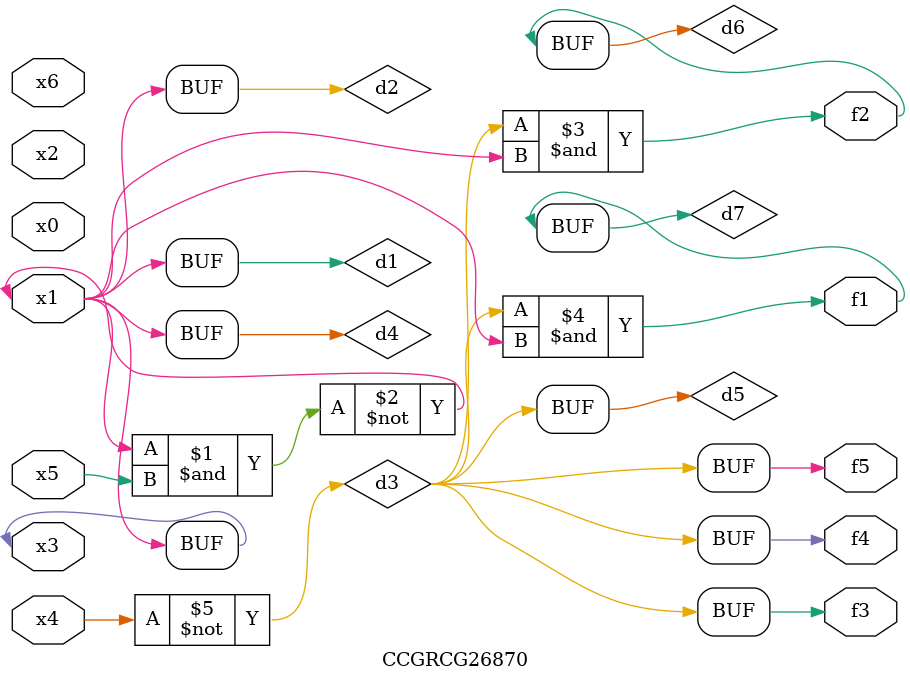
<source format=v>
module CCGRCG26870(
	input x0, x1, x2, x3, x4, x5, x6,
	output f1, f2, f3, f4, f5
);

	wire d1, d2, d3, d4, d5, d6, d7;

	buf (d1, x1, x3);
	nand (d2, x1, x5);
	not (d3, x4);
	buf (d4, d1, d2);
	buf (d5, d3);
	and (d6, d3, d4);
	and (d7, d3, d4);
	assign f1 = d7;
	assign f2 = d6;
	assign f3 = d5;
	assign f4 = d5;
	assign f5 = d5;
endmodule

</source>
